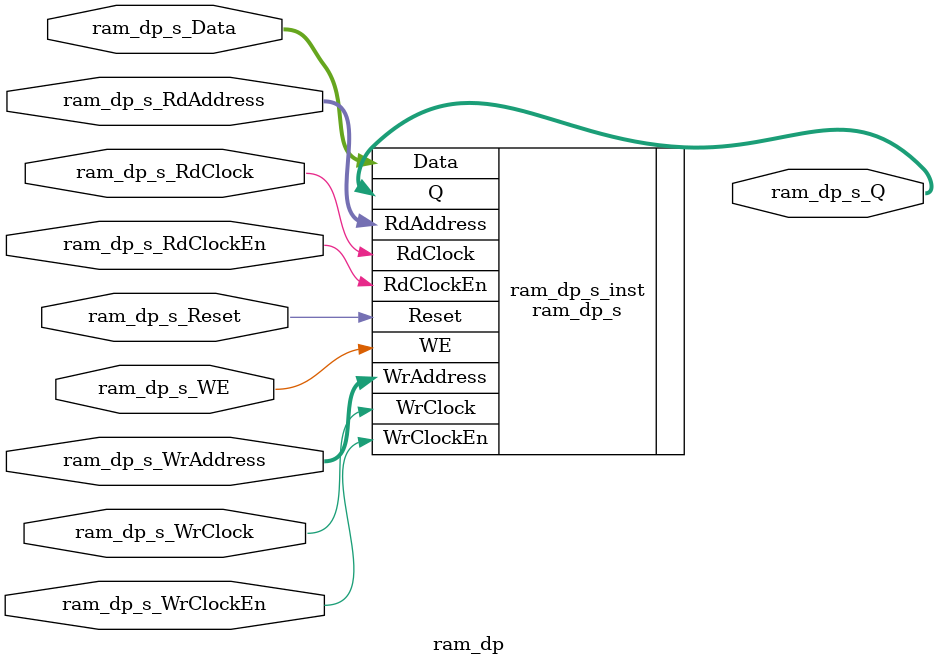
<source format=v>
/* synthesis translate_off*/
`define SBP_SIMULATION
/* synthesis translate_on*/
`ifndef SBP_SIMULATION
`define SBP_SYNTHESIS
`endif

//
// Verific Verilog Description of module ram_dp
//
module ram_dp (ram_dp_s_Data, ram_dp_s_Q, ram_dp_s_RdAddress, ram_dp_s_WrAddress, 
            ram_dp_s_RdClock, ram_dp_s_RdClockEn, ram_dp_s_Reset, ram_dp_s_WE, 
            ram_dp_s_WrClock, ram_dp_s_WrClockEn) /* synthesis sbp_module=true */ ;
    input [23:0]ram_dp_s_Data;
    output [23:0]ram_dp_s_Q;
    input [9:0]ram_dp_s_RdAddress;
    input [9:0]ram_dp_s_WrAddress;
    input ram_dp_s_RdClock;
    input ram_dp_s_RdClockEn;
    input ram_dp_s_Reset;
    input ram_dp_s_WE;
    input ram_dp_s_WrClock;
    input ram_dp_s_WrClockEn;
    
    
    ram_dp_s ram_dp_s_inst (.Data({ram_dp_s_Data}), .Q({ram_dp_s_Q}), .RdAddress({ram_dp_s_RdAddress}), 
            .WrAddress({ram_dp_s_WrAddress}), .RdClock(ram_dp_s_RdClock), 
            .RdClockEn(ram_dp_s_RdClockEn), .Reset(ram_dp_s_Reset), .WE(ram_dp_s_WE), 
            .WrClock(ram_dp_s_WrClock), .WrClockEn(ram_dp_s_WrClockEn));
    
endmodule


</source>
